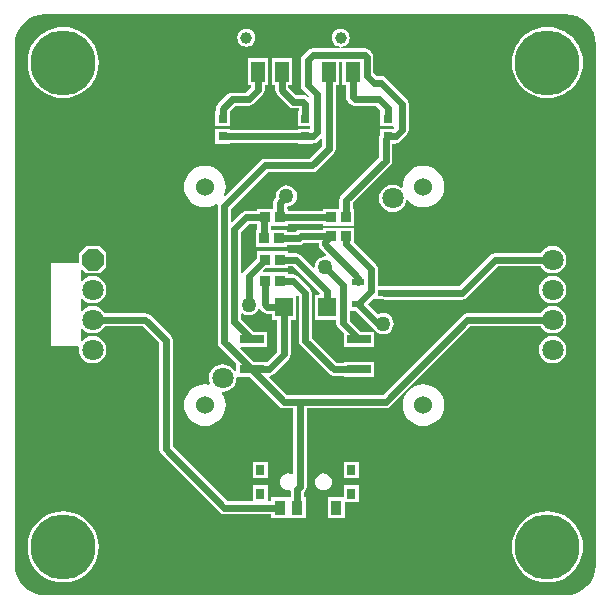
<source format=gtl>
G04 Layer_Physical_Order=1*
G04 Layer_Color=255*
%FSLAX44Y44*%
%MOMM*%
G71*
G01*
G75*
%ADD10R,0.9000X1.2500*%
%ADD11R,0.8000X0.9000*%
%ADD12R,0.8500X0.9500*%
%ADD13R,0.8000X0.8000*%
%ADD14R,1.2000X1.7500*%
%ADD15R,1.0500X0.6000*%
%ADD16R,2.1000X0.7500*%
%ADD17R,1.5000X1.6000*%
%ADD18C,0.6000*%
%ADD19C,1.8000*%
%ADD20C,1.0000*%
%ADD21P,1.9483X8X292.5*%
%ADD22C,1.5240*%
%ADD23C,5.5000*%
%ADD24C,1.2700*%
G36*
X475109Y495686D02*
X480022Y494196D01*
X484550Y491775D01*
X488518Y488518D01*
X491776Y484550D01*
X494196Y480022D01*
X495686Y475109D01*
X496165Y470248D01*
X496115Y470000D01*
X496115Y30000D01*
X496165Y29752D01*
X495686Y24891D01*
X494196Y19978D01*
X491776Y15450D01*
X488518Y11481D01*
X484550Y8224D01*
X480022Y5804D01*
X475109Y4314D01*
X470248Y3835D01*
X470000Y3885D01*
X30000Y3885D01*
X29752Y3835D01*
X24891Y4314D01*
X19978Y5804D01*
X15450Y8224D01*
X11481Y11481D01*
X8225Y15450D01*
X5804Y19978D01*
X4314Y24891D01*
X3934Y28750D01*
X3885Y30000D01*
X3885Y30000D01*
X3885Y31252D01*
X3885Y470000D01*
X3835Y470248D01*
X4314Y475109D01*
X5804Y480022D01*
X8225Y484550D01*
X11481Y488518D01*
X15450Y491775D01*
X19978Y494196D01*
X24891Y495686D01*
X29752Y496165D01*
X30000Y496115D01*
X470000Y496115D01*
X470248Y496165D01*
X475109Y495686D01*
D02*
G37*
%LPC*%
G36*
X295435Y117040D02*
X282355D01*
Y102960D01*
X295435D01*
Y117040D01*
D02*
G37*
G36*
X218435D02*
X205355D01*
Y102960D01*
X218435D01*
Y117040D01*
D02*
G37*
G36*
X459500Y223540D02*
X456488Y223143D01*
X453680Y221980D01*
X451270Y220130D01*
X449420Y217720D01*
X448257Y214912D01*
X447860Y211900D01*
X448257Y208888D01*
X449420Y206080D01*
X451270Y203670D01*
X453680Y201820D01*
X456488Y200657D01*
X459500Y200261D01*
X462513Y200657D01*
X465320Y201820D01*
X467730Y203670D01*
X469580Y206080D01*
X470743Y208888D01*
X471139Y211900D01*
X470743Y214912D01*
X469580Y217720D01*
X467730Y220130D01*
X465320Y221980D01*
X462513Y223143D01*
X459500Y223540D01*
D02*
G37*
G36*
X350000Y182625D02*
X346562Y182286D01*
X343255Y181283D01*
X340208Y179655D01*
X337537Y177463D01*
X335345Y174792D01*
X333717Y171745D01*
X332714Y168438D01*
X332375Y165000D01*
X332714Y161562D01*
X333717Y158255D01*
X335345Y155208D01*
X337537Y152537D01*
X340208Y150345D01*
X343255Y148717D01*
X346562Y147714D01*
X350000Y147375D01*
X353438Y147714D01*
X356745Y148717D01*
X359792Y150345D01*
X362463Y152537D01*
X364655Y155208D01*
X366283Y158255D01*
X367286Y161562D01*
X367625Y165000D01*
X367286Y168438D01*
X366283Y171745D01*
X364655Y174792D01*
X362463Y177463D01*
X359792Y179655D01*
X356745Y181283D01*
X353438Y182286D01*
X350000Y182625D01*
D02*
G37*
G36*
X455000Y75133D02*
X450286Y74762D01*
X445689Y73658D01*
X441320Y71849D01*
X437288Y69378D01*
X433693Y66307D01*
X430622Y62712D01*
X428151Y58680D01*
X426342Y54311D01*
X425238Y49714D01*
X424867Y45000D01*
X425238Y40286D01*
X426342Y35688D01*
X428151Y31320D01*
X430622Y27288D01*
X433693Y23693D01*
X437288Y20622D01*
X441320Y18151D01*
X445689Y16342D01*
X450286Y15238D01*
X455000Y14867D01*
X459714Y15238D01*
X464312Y16342D01*
X468680Y18151D01*
X472712Y20622D01*
X476307Y23693D01*
X479378Y27288D01*
X481849Y31320D01*
X483658Y35688D01*
X484762Y40286D01*
X485133Y45000D01*
X484762Y49714D01*
X483658Y54311D01*
X481849Y58680D01*
X479378Y62712D01*
X476307Y66307D01*
X472712Y69378D01*
X468680Y71849D01*
X464312Y73658D01*
X459714Y74762D01*
X455000Y75133D01*
D02*
G37*
G36*
X45000D02*
X40286Y74762D01*
X35688Y73658D01*
X31320Y71849D01*
X27288Y69378D01*
X23693Y66307D01*
X20622Y62712D01*
X18151Y58680D01*
X16342Y54311D01*
X15238Y49714D01*
X14867Y45000D01*
X15238Y40286D01*
X16342Y35688D01*
X18151Y31320D01*
X20622Y27288D01*
X23693Y23693D01*
X27288Y20622D01*
X31320Y18151D01*
X35688Y16342D01*
X40286Y15238D01*
X45000Y14867D01*
X49714Y15238D01*
X54312Y16342D01*
X58680Y18151D01*
X62712Y20622D01*
X66307Y23693D01*
X69378Y27288D01*
X71849Y31320D01*
X73658Y35688D01*
X74762Y40286D01*
X75133Y45000D01*
X74762Y49714D01*
X73658Y54311D01*
X71849Y58680D01*
X69378Y62712D01*
X66307Y66307D01*
X62712Y69378D01*
X58680Y71849D01*
X54312Y73658D01*
X49714Y74762D01*
X45000Y75133D01*
D02*
G37*
G36*
X265395Y107101D02*
X263557Y106859D01*
X261844Y106149D01*
X260374Y105021D01*
X259245Y103550D01*
X258536Y101838D01*
X258294Y100000D01*
X258536Y98162D01*
X259245Y96450D01*
X260374Y94979D01*
X261844Y93851D01*
X263557Y93141D01*
X265395Y92899D01*
X267233Y93141D01*
X268945Y93851D01*
X270416Y94979D01*
X271544Y96450D01*
X272254Y98162D01*
X272495Y100000D01*
X272254Y101838D01*
X271544Y103550D01*
X270416Y105021D01*
X268945Y106149D01*
X267233Y106859D01*
X265395Y107101D01*
D02*
G37*
G36*
X295435Y97040D02*
X282355D01*
Y87040D01*
X269355D01*
Y69460D01*
X283435D01*
Y82960D01*
X295435D01*
Y97040D01*
D02*
G37*
G36*
X459500Y274340D02*
X456488Y273943D01*
X453680Y272780D01*
X451270Y270930D01*
X449420Y268520D01*
X448257Y265713D01*
X447860Y262700D01*
X448257Y259687D01*
X449420Y256880D01*
X451270Y254470D01*
X453680Y252620D01*
X456488Y251457D01*
X459500Y251060D01*
X462513Y251457D01*
X465320Y252620D01*
X467730Y254470D01*
X469580Y256880D01*
X470743Y259687D01*
X471139Y262700D01*
X470743Y265713D01*
X469580Y268520D01*
X467730Y270930D01*
X465320Y272780D01*
X462513Y273943D01*
X459500Y274340D01*
D02*
G37*
G36*
X218540Y458540D02*
X201460D01*
Y435960D01*
X204352D01*
Y434340D01*
X199660Y429649D01*
X188000D01*
X188000Y429649D01*
X185838Y429218D01*
X184006Y427994D01*
X184006Y427994D01*
X176006Y419994D01*
X174781Y418162D01*
X174351Y416000D01*
X174352Y416000D01*
Y414040D01*
X173460D01*
Y400960D01*
X186540D01*
Y414040D01*
X186540Y414040D01*
X186540D01*
X187076Y415088D01*
X190340Y418352D01*
X202000D01*
X202000Y418351D01*
X204162Y418781D01*
X205994Y420006D01*
X213994Y428006D01*
X213994Y428006D01*
X215219Y429838D01*
X215649Y432000D01*
X215648Y432000D01*
Y435960D01*
X218540D01*
Y458540D01*
D02*
G37*
G36*
X455000Y485133D02*
X450286Y484762D01*
X445689Y483658D01*
X441320Y481849D01*
X437288Y479378D01*
X433693Y476307D01*
X430622Y472712D01*
X428151Y468680D01*
X426342Y464312D01*
X425238Y459714D01*
X424867Y455000D01*
X425238Y450286D01*
X426342Y445688D01*
X428151Y441320D01*
X430622Y437288D01*
X433693Y433693D01*
X437288Y430622D01*
X441320Y428151D01*
X445689Y426342D01*
X450286Y425238D01*
X455000Y424867D01*
X459714Y425238D01*
X464312Y426342D01*
X468680Y428151D01*
X472712Y430622D01*
X476307Y433693D01*
X479378Y437288D01*
X481849Y441320D01*
X483658Y445688D01*
X484762Y450286D01*
X485133Y455000D01*
X484762Y459714D01*
X483658Y464312D01*
X481849Y468680D01*
X479378Y472712D01*
X476307Y476307D01*
X472712Y479378D01*
X468680Y481849D01*
X464312Y483658D01*
X459714Y484762D01*
X455000Y485133D01*
D02*
G37*
G36*
X200000Y483605D02*
X198032Y483346D01*
X196197Y482586D01*
X194622Y481378D01*
X193414Y479803D01*
X192654Y477968D01*
X192395Y476000D01*
X192654Y474032D01*
X193414Y472197D01*
X194622Y470622D01*
X196197Y469414D01*
X198032Y468654D01*
X200000Y468395D01*
X201968Y468654D01*
X203803Y469414D01*
X205378Y470622D01*
X206586Y472197D01*
X207346Y474032D01*
X207605Y476000D01*
X207346Y477968D01*
X206586Y479803D01*
X205378Y481378D01*
X203803Y482586D01*
X201968Y483346D01*
X200000Y483605D01*
D02*
G37*
G36*
X280000D02*
X278032Y483346D01*
X276197Y482586D01*
X274622Y481378D01*
X273414Y479803D01*
X272654Y477968D01*
X272395Y476000D01*
X272654Y474032D01*
X273414Y472197D01*
X274622Y470622D01*
X276197Y469414D01*
X278032Y468654D01*
X279256Y468493D01*
X279517Y468458D01*
X279434Y467188D01*
X256460D01*
X256460Y467188D01*
X254298Y466758D01*
X252466Y465534D01*
X252466Y465534D01*
X248006Y461074D01*
X246781Y459242D01*
X246352Y457080D01*
X246352Y457080D01*
Y436000D01*
X246352Y436000D01*
X246781Y433838D01*
X248006Y432006D01*
X253540Y426471D01*
X253503Y426282D01*
X252125Y425864D01*
X251994Y425994D01*
X250162Y427219D01*
X248000Y427649D01*
X248000Y427649D01*
X242340D01*
X235649Y434340D01*
Y435960D01*
X238540D01*
Y458540D01*
X221460D01*
Y435960D01*
X224352D01*
Y432000D01*
X224352Y432000D01*
X224781Y429838D01*
X226006Y428006D01*
X236006Y418006D01*
X236006Y418006D01*
X237838Y416781D01*
X240000Y416351D01*
X240000Y416352D01*
X244352D01*
Y414040D01*
X243460D01*
Y400960D01*
X254352D01*
Y399040D01*
X243460D01*
Y398148D01*
X186540D01*
Y399040D01*
X173460D01*
Y385960D01*
X186540D01*
Y386851D01*
X243460D01*
Y385960D01*
X256540D01*
Y386859D01*
X258662Y387281D01*
X260494Y388506D01*
X263081Y391093D01*
X264352Y390567D01*
Y384340D01*
X253660Y373648D01*
X216000D01*
X216000Y373649D01*
X213838Y373219D01*
X212006Y371994D01*
X182099Y342087D01*
X181068Y342852D01*
X181283Y343255D01*
X182286Y346562D01*
X182625Y350000D01*
X182286Y353438D01*
X181283Y356745D01*
X179655Y359792D01*
X177463Y362463D01*
X174792Y364655D01*
X171745Y366283D01*
X168438Y367286D01*
X165000Y367625D01*
X161562Y367286D01*
X158255Y366283D01*
X155208Y364655D01*
X152537Y362463D01*
X150345Y359792D01*
X148717Y356745D01*
X147714Y353438D01*
X147375Y350000D01*
X147714Y346562D01*
X148717Y343255D01*
X150345Y340208D01*
X152537Y337537D01*
X155208Y335345D01*
X158255Y333717D01*
X161562Y332714D01*
X165000Y332375D01*
X168438Y332714D01*
X171745Y333717D01*
X174792Y335345D01*
X174911Y335443D01*
X176068Y334750D01*
X175812Y333460D01*
X175812Y333460D01*
Y218440D01*
X175812Y218440D01*
X176241Y216278D01*
X177466Y214446D01*
X191460Y200452D01*
Y193807D01*
X190190Y193554D01*
X190080Y193820D01*
X188230Y196230D01*
X185820Y198080D01*
X183013Y199243D01*
X180000Y199640D01*
X176987Y199243D01*
X174180Y198080D01*
X171770Y196230D01*
X169920Y193820D01*
X168757Y191012D01*
X168360Y188000D01*
X168757Y184988D01*
X169454Y183305D01*
X168510Y182264D01*
X168438Y182286D01*
X165000Y182625D01*
X161562Y182286D01*
X158255Y181283D01*
X155208Y179655D01*
X152537Y177463D01*
X150345Y174792D01*
X148717Y171745D01*
X147714Y168438D01*
X147375Y165000D01*
X147714Y161562D01*
X148717Y158255D01*
X150345Y155208D01*
X152537Y152537D01*
X155208Y150345D01*
X158255Y148717D01*
X161562Y147714D01*
X165000Y147375D01*
X168438Y147714D01*
X171745Y148717D01*
X174792Y150345D01*
X177463Y152537D01*
X179655Y155208D01*
X181283Y158255D01*
X182286Y161562D01*
X182625Y165000D01*
X182286Y168438D01*
X181283Y171745D01*
X179655Y174792D01*
X179266Y175266D01*
X179883Y176376D01*
X180000Y176360D01*
X183013Y176757D01*
X185820Y177920D01*
X188230Y179770D01*
X190080Y182180D01*
X191243Y184988D01*
X191639Y188000D01*
X191619Y188155D01*
X192456Y189110D01*
X202802D01*
X227906Y164006D01*
X227906Y164006D01*
X229738Y162781D01*
X231900Y162351D01*
X231900Y162351D01*
X239786D01*
Y106968D01*
X238516Y106327D01*
X237233Y106859D01*
X235395Y107101D01*
X233557Y106859D01*
X231844Y106149D01*
X230374Y105021D01*
X229245Y103550D01*
X228536Y101838D01*
X228294Y100000D01*
X228536Y98162D01*
X229245Y96450D01*
X230374Y94979D01*
X231844Y93851D01*
X233557Y93141D01*
X235395Y92899D01*
X236476Y93042D01*
X237746Y92083D01*
Y87938D01*
X236848Y87040D01*
X235435D01*
X235085Y87040D01*
X221355D01*
Y83898D01*
X218435D01*
Y97040D01*
X205355D01*
Y83898D01*
X183800D01*
X137648Y130050D01*
Y220000D01*
X137648Y220000D01*
X137219Y222162D01*
X135994Y223994D01*
X135994Y223994D01*
X118694Y241294D01*
X116862Y242519D01*
X114700Y242949D01*
X114700Y242949D01*
X80151D01*
X80080Y243120D01*
X78230Y245530D01*
X75820Y247380D01*
X73013Y248543D01*
X70000Y248940D01*
X66988Y248543D01*
X64180Y247380D01*
X61770Y245530D01*
X61010Y244541D01*
X59740Y244972D01*
Y255028D01*
X61010Y255459D01*
X61770Y254470D01*
X64180Y252620D01*
X66988Y251457D01*
X70000Y251060D01*
X73013Y251457D01*
X75820Y252620D01*
X78230Y254470D01*
X80080Y256880D01*
X81243Y259687D01*
X81640Y262700D01*
X81243Y265713D01*
X80080Y268520D01*
X78230Y270930D01*
X75820Y272780D01*
X73013Y273943D01*
X70000Y274340D01*
X66988Y273943D01*
X64180Y272780D01*
X61770Y270930D01*
X61010Y269940D01*
X59740Y270372D01*
Y279391D01*
X60913Y279877D01*
X64230Y276560D01*
X75770D01*
X81540Y282330D01*
Y293870D01*
X75770Y299640D01*
X64230D01*
X58460Y293870D01*
Y285040D01*
X34660D01*
Y214960D01*
X57482D01*
X58596Y213690D01*
X58361Y211900D01*
X58757Y208888D01*
X59920Y206080D01*
X61770Y203670D01*
X64180Y201820D01*
X66988Y200657D01*
X70000Y200261D01*
X73013Y200657D01*
X75820Y201820D01*
X78230Y203670D01*
X80080Y206080D01*
X81243Y208888D01*
X81640Y211900D01*
X81243Y214912D01*
X80080Y217720D01*
X78230Y220130D01*
X75820Y221980D01*
X73013Y223143D01*
X70000Y223540D01*
X66988Y223143D01*
X64180Y221980D01*
X61770Y220130D01*
X61010Y219140D01*
X59740Y219572D01*
Y229628D01*
X61010Y230060D01*
X61770Y229070D01*
X64180Y227220D01*
X66988Y226057D01*
X70000Y225660D01*
X73013Y226057D01*
X75820Y227220D01*
X78230Y229070D01*
X80080Y231480D01*
X80151Y231651D01*
X112360D01*
X126351Y217660D01*
Y127710D01*
X126351Y127710D01*
X126781Y125548D01*
X128006Y123716D01*
X177466Y74256D01*
X177466Y74256D01*
X179298Y73032D01*
X181460Y72601D01*
X221355D01*
Y69460D01*
X235085D01*
X235435Y69460D01*
X236355D01*
X236705Y69460D01*
X250435D01*
Y87040D01*
X249043D01*
Y91462D01*
X249429Y91847D01*
X250653Y93680D01*
X251083Y95841D01*
X251083Y95841D01*
Y162351D01*
X318000D01*
X318000Y162351D01*
X320162Y162781D01*
X321994Y164006D01*
X389640Y231651D01*
X449349D01*
X449420Y231480D01*
X451270Y229070D01*
X453680Y227220D01*
X456488Y226057D01*
X459500Y225660D01*
X462513Y226057D01*
X465320Y227220D01*
X467730Y229070D01*
X469580Y231480D01*
X470743Y234287D01*
X471139Y237300D01*
X470743Y240313D01*
X469580Y243120D01*
X467730Y245530D01*
X465320Y247380D01*
X462513Y248543D01*
X459500Y248940D01*
X456488Y248543D01*
X453680Y247380D01*
X451270Y245530D01*
X449420Y243120D01*
X449349Y242949D01*
X387300D01*
X387300Y242949D01*
X385138Y242519D01*
X383306Y241294D01*
X383306Y241294D01*
X315660Y173648D01*
X244000D01*
X244000Y173648D01*
X244000Y173648D01*
X234240D01*
X219344Y188544D01*
X219349Y188650D01*
X219844Y189840D01*
X221562Y190181D01*
X223394Y191406D01*
X235994Y204006D01*
X235994Y204006D01*
X237219Y205838D01*
X237649Y208000D01*
Y237460D01*
X242040D01*
X242040Y257628D01*
X242040Y257676D01*
X243310Y258202D01*
X244352Y257160D01*
Y219500D01*
X244352Y219500D01*
X244781Y217338D01*
X246006Y215506D01*
X270106Y191406D01*
X270106Y191406D01*
X271938Y190181D01*
X274100Y189751D01*
X274100Y189751D01*
X282460D01*
Y189110D01*
X308540D01*
Y201690D01*
X282460D01*
Y201049D01*
X276440D01*
X255648Y221840D01*
Y259500D01*
X255649Y259500D01*
X255219Y261662D01*
X253994Y263494D01*
X253994Y263494D01*
X243494Y273994D01*
X241662Y275219D01*
X239500Y275648D01*
X239500Y275648D01*
X235290D01*
Y277290D01*
X214438D01*
X213951Y278463D01*
X216198Y280710D01*
X235290D01*
Y282351D01*
X239660D01*
X262202Y259810D01*
X261990Y258540D01*
X257960D01*
Y237460D01*
X276352D01*
Y234100D01*
X276351Y234100D01*
X276781Y231938D01*
X278006Y230106D01*
X282460Y225652D01*
Y214310D01*
X308540D01*
Y226890D01*
X297198D01*
X287649Y236440D01*
Y244960D01*
X292552D01*
X307506Y230006D01*
X307506Y230006D01*
X308233Y229520D01*
X308235Y229517D01*
X309660Y227660D01*
X311517Y226235D01*
X313679Y225339D01*
X316000Y225033D01*
X318321Y225339D01*
X320483Y226235D01*
X322340Y227660D01*
X323765Y229517D01*
X324661Y231679D01*
X324967Y234000D01*
X324661Y236321D01*
X323765Y238483D01*
X322340Y240340D01*
X320483Y241765D01*
X318321Y242661D01*
X316000Y242967D01*
X313679Y242661D01*
X311662Y241826D01*
X302988Y250500D01*
X308037Y255548D01*
X309210Y255062D01*
Y254460D01*
X316454D01*
X317000Y254352D01*
X382500D01*
X382500Y254351D01*
X384662Y254781D01*
X386494Y256006D01*
X412940Y282451D01*
X449349D01*
X449420Y282280D01*
X451270Y279870D01*
X453680Y278020D01*
X456488Y276857D01*
X459500Y276460D01*
X462513Y276857D01*
X465320Y278020D01*
X467730Y279870D01*
X469580Y282280D01*
X470743Y285088D01*
X471139Y288100D01*
X470743Y291112D01*
X469580Y293920D01*
X467730Y296330D01*
X465320Y298180D01*
X462513Y299343D01*
X459500Y299740D01*
X456488Y299343D01*
X453680Y298180D01*
X451270Y296330D01*
X449420Y293920D01*
X449349Y293748D01*
X410600D01*
X408438Y293319D01*
X406606Y292094D01*
X406606Y292094D01*
X380160Y265648D01*
X317000D01*
X316454Y265540D01*
X311649D01*
Y280000D01*
X311649Y280000D01*
X311219Y282162D01*
X309994Y283994D01*
X309994Y283994D01*
X291290Y302698D01*
Y315290D01*
X264710D01*
Y313648D01*
X246388D01*
X244226Y313219D01*
X242394Y311994D01*
X242394Y311994D01*
X242148Y311749D01*
X234790D01*
Y313390D01*
X220648D01*
Y316710D01*
X235290D01*
Y318351D01*
X264710D01*
Y316710D01*
X291290D01*
Y331290D01*
X290149D01*
Y336160D01*
X321994Y368006D01*
X321994Y368006D01*
X323219Y369838D01*
X323648Y372000D01*
Y385960D01*
X326540D01*
Y386859D01*
X328662Y387281D01*
X330494Y388506D01*
X335994Y394006D01*
X335994Y394006D01*
X337219Y395838D01*
X337649Y398000D01*
X337649Y398000D01*
Y420000D01*
X337219Y422162D01*
X335994Y423994D01*
X335994Y423994D01*
X317994Y441994D01*
X316162Y443218D01*
X314000Y443648D01*
X314000Y443648D01*
X310340D01*
X307649Y446340D01*
Y460000D01*
X307219Y462162D01*
X305994Y463994D01*
X305994Y463994D01*
X304454Y465534D01*
X302622Y466758D01*
X300460Y467188D01*
X300460Y467188D01*
X280566D01*
X280483Y468458D01*
X280744Y468493D01*
X281968Y468654D01*
X283803Y469414D01*
X285378Y470622D01*
X286586Y472197D01*
X287346Y474032D01*
X287605Y476000D01*
X287346Y477968D01*
X286586Y479803D01*
X285378Y481378D01*
X283803Y482586D01*
X281968Y483346D01*
X280000Y483605D01*
D02*
G37*
G36*
X45000Y485133D02*
X40286Y484762D01*
X35688Y483658D01*
X31320Y481849D01*
X27288Y479378D01*
X23693Y476307D01*
X20622Y472712D01*
X18151Y468680D01*
X16342Y464312D01*
X15238Y459714D01*
X14867Y455000D01*
X15238Y450286D01*
X16342Y445688D01*
X18151Y441320D01*
X20622Y437288D01*
X23693Y433693D01*
X27288Y430622D01*
X31320Y428151D01*
X35688Y426342D01*
X40286Y425238D01*
X45000Y424867D01*
X49714Y425238D01*
X54312Y426342D01*
X58680Y428151D01*
X62712Y430622D01*
X66307Y433693D01*
X69378Y437288D01*
X71849Y441320D01*
X73658Y445688D01*
X74762Y450286D01*
X75133Y455000D01*
X74762Y459714D01*
X73658Y464312D01*
X71849Y468680D01*
X69378Y472712D01*
X66307Y476307D01*
X62712Y479378D01*
X58680Y481849D01*
X54312Y483658D01*
X49714Y484762D01*
X45000Y485133D01*
D02*
G37*
G36*
X350000Y367625D02*
X346562Y367286D01*
X343255Y366283D01*
X340208Y364655D01*
X337537Y362463D01*
X335345Y359792D01*
X333717Y356745D01*
X332714Y353438D01*
X332375Y350000D01*
X332405Y349697D01*
X331195Y349025D01*
X329820Y350080D01*
X327013Y351243D01*
X324000Y351640D01*
X320988Y351243D01*
X318180Y350080D01*
X315770Y348230D01*
X313920Y345820D01*
X312757Y343013D01*
X312360Y340000D01*
X312757Y336987D01*
X313920Y334180D01*
X315770Y331770D01*
X318180Y329920D01*
X320988Y328757D01*
X324000Y328360D01*
X327013Y328757D01*
X329820Y329920D01*
X332230Y331770D01*
X334080Y334180D01*
X335243Y336987D01*
X335414Y338288D01*
X336635Y338637D01*
X337537Y337537D01*
X340208Y335345D01*
X343255Y333717D01*
X346562Y332714D01*
X350000Y332375D01*
X353438Y332714D01*
X356745Y333717D01*
X359792Y335345D01*
X362463Y337537D01*
X364655Y340208D01*
X366283Y343255D01*
X367286Y346562D01*
X367625Y350000D01*
X367286Y353438D01*
X366283Y356745D01*
X364655Y359792D01*
X362463Y362463D01*
X359792Y364655D01*
X356745Y366283D01*
X353438Y367286D01*
X350000Y367625D01*
D02*
G37*
%LPD*%
G36*
X214006Y244006D02*
X215838Y242782D01*
X218000Y242351D01*
X218000Y242351D01*
X221960D01*
Y237460D01*
X226352D01*
Y210340D01*
X218450Y202438D01*
X217540Y201690D01*
Y201690D01*
X217540Y201690D01*
X206198D01*
X194752Y213137D01*
X195238Y214310D01*
X217540D01*
Y226890D01*
X206198D01*
X195648Y237440D01*
Y242067D01*
X196919Y242694D01*
X197517Y242235D01*
X199679Y241339D01*
X202000Y241033D01*
X204321Y241339D01*
X206483Y242235D01*
X208340Y243660D01*
X209765Y245517D01*
X210100Y246324D01*
X211506Y246506D01*
X214006Y244006D01*
D02*
G37*
G36*
X208710Y316710D02*
X209352D01*
Y313390D01*
X208210D01*
Y298810D01*
X234790D01*
Y300452D01*
X244488D01*
X244488Y300451D01*
X246649Y300881D01*
X248482Y302106D01*
X248728Y302351D01*
X261282D01*
Y301070D01*
X261282Y301070D01*
X261712Y298908D01*
X262936Y297076D01*
X267890Y292121D01*
X267297Y290918D01*
X266930Y290967D01*
X264609Y290661D01*
X262447Y289765D01*
X260590Y288340D01*
X259165Y286483D01*
X258269Y284321D01*
X257963Y282000D01*
X258005Y281684D01*
X256866Y281122D01*
X245994Y291994D01*
X244162Y293219D01*
X242000Y293649D01*
X242000Y293648D01*
X235290D01*
Y295290D01*
X208710D01*
Y289198D01*
X198006Y278494D01*
X196919Y276867D01*
X196000Y276949D01*
X195648Y277078D01*
Y311660D01*
X202340Y318351D01*
X208710D01*
Y316710D01*
D02*
G37*
G36*
X281460Y435960D02*
X284352D01*
Y426000D01*
X284352Y426000D01*
X284781Y423838D01*
X286006Y422006D01*
X288006Y420006D01*
X288006Y420006D01*
X289838Y418781D01*
X292000Y418351D01*
X292000Y418352D01*
X310260D01*
X313348Y415264D01*
X313460Y414040D01*
X313460D01*
Y400960D01*
X324642D01*
X325208Y399703D01*
X324692Y399040D01*
X313460D01*
Y393677D01*
X312781Y392662D01*
X312351Y390500D01*
X312351Y390500D01*
Y374340D01*
X280506Y342494D01*
X279281Y340662D01*
X278851Y338500D01*
X278852Y338500D01*
Y331290D01*
X264710D01*
Y329649D01*
X235290D01*
Y331290D01*
X234149D01*
Y333053D01*
X236321Y333339D01*
X238483Y334235D01*
X240340Y335660D01*
X241765Y337517D01*
X242661Y339679D01*
X242967Y342000D01*
X242661Y344321D01*
X241765Y346483D01*
X240340Y348340D01*
X238483Y349765D01*
X236321Y350661D01*
X234000Y350967D01*
X231679Y350661D01*
X229517Y349765D01*
X227660Y348340D01*
X226235Y346483D01*
X225339Y344321D01*
X225033Y342000D01*
X225147Y341135D01*
X224506Y340494D01*
X223281Y338662D01*
X222851Y336500D01*
X222851Y336500D01*
Y331290D01*
X208710D01*
Y329649D01*
X200000D01*
X200000Y329649D01*
X197838Y329218D01*
X196006Y327994D01*
X196006Y327994D01*
X188282Y320270D01*
X187108Y320756D01*
Y331120D01*
X218340Y362351D01*
X256000D01*
X256000Y362351D01*
X258162Y362781D01*
X259994Y364006D01*
X273994Y378006D01*
X273994Y378006D01*
X275219Y379838D01*
X275649Y382000D01*
X275648Y382000D01*
Y435960D01*
X278540D01*
Y455891D01*
X281460D01*
Y435960D01*
D02*
G37*
D10*
X276395Y78250D02*
D03*
X243395D02*
D03*
X228395D02*
D03*
D11*
X211895Y110000D02*
D03*
Y90000D02*
D03*
X288895Y110000D02*
D03*
Y90000D02*
D03*
D12*
X284500Y324000D02*
D03*
X271500D02*
D03*
X271500Y308000D02*
D03*
X284500D02*
D03*
X228000Y306100D02*
D03*
X215000D02*
D03*
X228500Y324000D02*
D03*
X215500D02*
D03*
X228500Y288000D02*
D03*
X215500D02*
D03*
X215500Y270000D02*
D03*
X228500D02*
D03*
D13*
X180000Y407500D02*
D03*
Y392500D02*
D03*
X320000Y407500D02*
D03*
Y392500D02*
D03*
X250000Y407500D02*
D03*
Y392500D02*
D03*
D14*
X210000Y447250D02*
D03*
X230000Y447250D02*
D03*
X270000Y447250D02*
D03*
X290000D02*
D03*
D15*
X295000Y269500D02*
D03*
Y250500D02*
D03*
X317000Y260000D02*
D03*
D16*
X295500Y195400D02*
D03*
Y220600D02*
D03*
X204500D02*
D03*
Y195400D02*
D03*
D17*
X268000Y248000D02*
D03*
X232000D02*
D03*
D18*
X181460Y78250D02*
X228395D01*
X132000Y127710D02*
X181460Y78250D01*
X132000Y127710D02*
Y220000D01*
X114700Y237300D02*
X132000Y220000D01*
X70000Y237300D02*
X114700D01*
X181460Y218440D02*
Y333460D01*
X216000Y368000D01*
X244000Y168000D02*
X318000D01*
X231900D02*
X244000D01*
X245435Y166565D01*
Y95841D02*
Y166565D01*
X243395Y93801D02*
X245435Y95841D01*
X243395Y78250D02*
Y93801D01*
X190000Y235100D02*
X204500Y220600D01*
X190000Y235100D02*
Y314000D01*
X202000Y250000D02*
Y274500D01*
X295000Y250500D02*
X311500Y234000D01*
X316000D01*
X228500Y336500D02*
X234000Y342000D01*
X228500Y324000D02*
Y336500D01*
X284500Y301500D02*
Y308000D01*
Y301500D02*
X306000Y280000D01*
Y261500D02*
Y280000D01*
X295000Y250500D02*
X306000Y261500D01*
X202000Y274500D02*
X215500Y288000D01*
X282000Y234100D02*
X295500Y220600D01*
X282000Y234100D02*
Y266930D01*
X266930Y282000D02*
X282000Y266930D01*
X295000Y269500D02*
Y273000D01*
X266930Y301070D02*
X295000Y273000D01*
X266930Y301070D02*
Y303430D01*
X215000Y323500D02*
X215500Y324000D01*
X215000Y306100D02*
Y323500D01*
X266930Y303430D02*
X271500Y308000D01*
X244488Y306100D02*
X246388Y308000D01*
X271500D01*
X228500Y324000D02*
X271500D01*
X284500Y308000D02*
Y308500D01*
X228000Y306100D02*
X244488D01*
X284500Y338500D02*
X318000Y372000D01*
X284500Y324000D02*
Y338500D01*
X200000Y324000D02*
X215500D01*
X190000Y314000D02*
X200000Y324000D01*
X410600Y288100D02*
X459500D01*
X382500Y260000D02*
X410600Y288100D01*
X317000Y260000D02*
X382500D01*
X318000Y390500D02*
X320000Y392500D01*
X318000Y372000D02*
Y390500D01*
X250000Y392500D02*
X256500D01*
X260000Y396000D01*
Y428000D01*
X252000Y436000D02*
X260000Y428000D01*
X252000Y436000D02*
Y457080D01*
X256460Y461540D01*
X300460D01*
X302000Y460000D01*
Y444000D02*
Y460000D01*
Y444000D02*
X308000Y438000D01*
X314000D01*
X332000Y420000D01*
Y398000D02*
Y420000D01*
X326500Y392500D02*
X332000Y398000D01*
X320000Y392500D02*
X326500D01*
X204500Y195400D02*
X231900Y168000D01*
X318000D02*
X387300Y237300D01*
X459500D01*
X216000Y368000D02*
X256000D01*
X270000Y382000D01*
Y447250D01*
X268000Y248000D02*
Y262000D01*
X242000Y288000D02*
X268000Y262000D01*
X228500Y288000D02*
X242000D01*
X274100Y195400D02*
X295500D01*
X250000Y219500D02*
X274100Y195400D01*
X250000Y219500D02*
Y259500D01*
X239500Y270000D02*
X250000Y259500D01*
X228500Y270000D02*
X239500D01*
X181460Y218440D02*
X204500Y195400D01*
X218000Y248000D02*
X232000D01*
X215500Y250500D02*
X218000Y248000D01*
X215500Y250500D02*
Y270000D01*
X232000Y208000D02*
Y248000D01*
X219400Y195400D02*
X232000Y208000D01*
X204500Y195400D02*
X219400D01*
X215000Y306100D02*
X215500Y306600D01*
X180000Y392500D02*
X250000D01*
X290000Y426000D02*
Y447250D01*
Y426000D02*
X292000Y424000D01*
X312600D01*
X320000Y416600D01*
Y407500D02*
Y416600D01*
X250000Y407500D02*
Y420000D01*
X248000Y422000D02*
X250000Y420000D01*
X240000Y422000D02*
X248000D01*
X230000Y432000D02*
X240000Y422000D01*
X230000Y432000D02*
Y447250D01*
X210000Y432000D02*
Y447250D01*
X202000Y424000D02*
X210000Y432000D01*
X188000Y424000D02*
X202000D01*
X180000Y416000D02*
X188000Y424000D01*
X180000Y407500D02*
Y416000D01*
D19*
Y188000D02*
D03*
X324000Y340000D02*
D03*
X459500Y288100D02*
D03*
Y211900D02*
D03*
Y237300D02*
D03*
Y262700D02*
D03*
X70000D02*
D03*
Y237300D02*
D03*
Y211900D02*
D03*
D20*
X200000Y476000D02*
D03*
X280000D02*
D03*
D21*
X70000Y288100D02*
D03*
D22*
X350000Y165000D02*
D03*
X165000Y350000D02*
D03*
X350000D02*
D03*
X165000Y165000D02*
D03*
D23*
X45000Y455000D02*
D03*
X455000D02*
D03*
X45000Y45000D02*
D03*
X455000D02*
D03*
D24*
X202000Y250000D02*
D03*
X316000Y234000D02*
D03*
X266930Y282000D02*
D03*
X234000Y342000D02*
D03*
M02*

</source>
